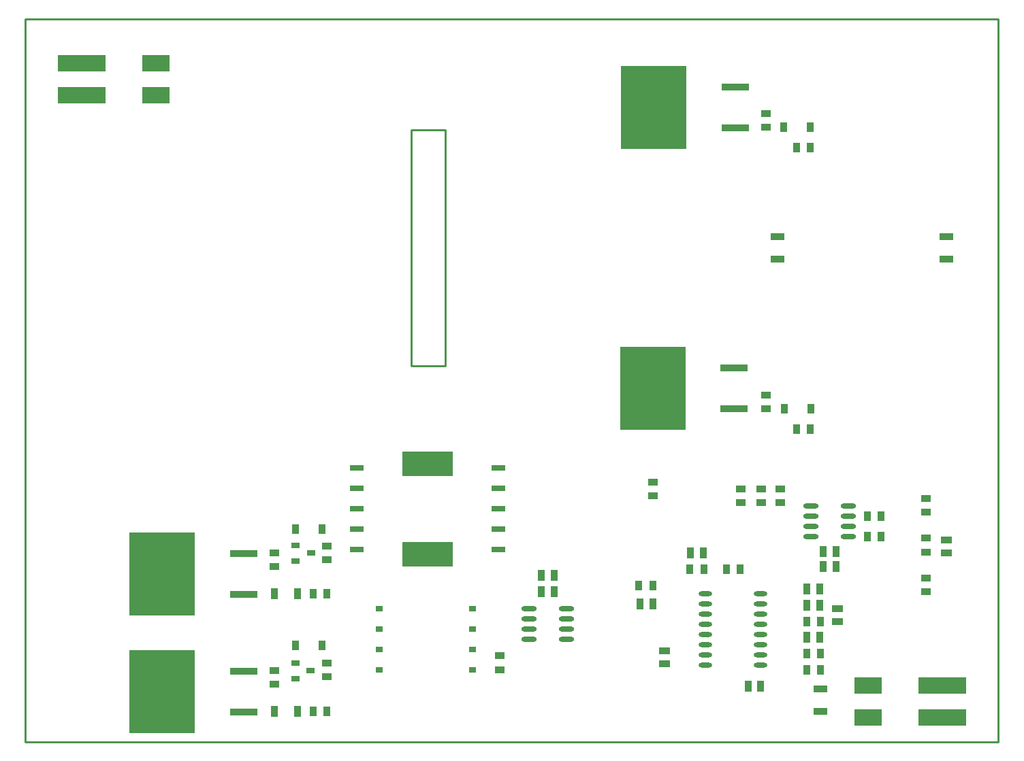
<source format=gtp>
G04*
G04 #@! TF.GenerationSoftware,Altium Limited,Altium Designer,18.1.7 (191)*
G04*
G04 Layer_Color=8421504*
%FSLAX44Y44*%
%MOMM*%
G71*
G01*
G75*
%ADD14C,0.2540*%
%ADD19R,0.8500X1.3000*%
%ADD20R,1.3000X0.8500*%
%ADD21R,1.7000X0.9500*%
%ADD22O,1.6500X0.6000*%
%ADD23R,0.9500X1.3500*%
%ADD24R,0.9000X1.4000*%
%ADD25R,3.5000X0.9500*%
%ADD26R,8.2000X10.4500*%
%ADD27R,0.9100X1.2200*%
%ADD28R,1.1100X0.8000*%
%ADD29R,6.0000X2.0000*%
%ADD30R,3.5000X2.0000*%
%ADD31R,1.7800X0.7500*%
%ADD32R,6.3500X3.1700*%
%ADD33R,1.3500X0.9500*%
%ADD34R,0.9600X0.6600*%
%ADD35O,1.9000X0.6000*%
D14*
X480000Y761900D02*
X521900D01*
X521900Y468100D02*
X521900Y761900D01*
X480000Y468100D02*
X521900D01*
X480000D02*
X480000Y761900D01*
X0Y0D02*
Y900000D01*
X1210000D01*
X1210000Y0D01*
X0D02*
X1210000D01*
D19*
X888500Y215000D02*
D03*
X871500D02*
D03*
X763000Y195000D02*
D03*
X780000D02*
D03*
X988500Y90000D02*
D03*
X971500D02*
D03*
X826500Y215000D02*
D03*
X843500D02*
D03*
X988500Y150000D02*
D03*
X971500D02*
D03*
X375000Y38002D02*
D03*
X358000D02*
D03*
X959000Y740000D02*
D03*
X976000D02*
D03*
X959000Y389600D02*
D03*
X976000D02*
D03*
X375000Y184450D02*
D03*
X358000D02*
D03*
X988500Y110000D02*
D03*
X971500D02*
D03*
X1064000Y281000D02*
D03*
X1047000D02*
D03*
X1064000Y255950D02*
D03*
X1047000D02*
D03*
D20*
X1120000Y187000D02*
D03*
Y204000D02*
D03*
Y236500D02*
D03*
Y253500D02*
D03*
Y286000D02*
D03*
Y303000D02*
D03*
X939000Y315000D02*
D03*
Y298000D02*
D03*
X915000D02*
D03*
Y315000D02*
D03*
X780000Y306500D02*
D03*
Y323500D02*
D03*
X921000Y782000D02*
D03*
Y765000D02*
D03*
Y431600D02*
D03*
Y414600D02*
D03*
X375000Y244000D02*
D03*
Y227000D02*
D03*
Y98500D02*
D03*
Y81500D02*
D03*
X310000Y235000D02*
D03*
Y218000D02*
D03*
Y88500D02*
D03*
Y71500D02*
D03*
X890000Y315000D02*
D03*
Y298000D02*
D03*
X590000Y107000D02*
D03*
Y90000D02*
D03*
D21*
X935000Y601000D02*
D03*
Y629000D02*
D03*
X988500Y38000D02*
D03*
Y66000D02*
D03*
X1145000Y601000D02*
D03*
Y629000D02*
D03*
D22*
X845500Y184450D02*
D03*
Y171750D02*
D03*
Y159050D02*
D03*
Y146350D02*
D03*
Y133650D02*
D03*
Y120950D02*
D03*
Y108250D02*
D03*
Y95550D02*
D03*
X914500Y184450D02*
D03*
Y171750D02*
D03*
Y159050D02*
D03*
Y146350D02*
D03*
Y133650D02*
D03*
Y120950D02*
D03*
Y108250D02*
D03*
Y95550D02*
D03*
D23*
X898500Y69000D02*
D03*
X914500D02*
D03*
X972000Y190000D02*
D03*
X988000D02*
D03*
X780000Y172000D02*
D03*
X764000D02*
D03*
X641500Y186950D02*
D03*
X657500D02*
D03*
X641500Y206950D02*
D03*
X657500D02*
D03*
X972000Y170000D02*
D03*
X988000D02*
D03*
X827000Y235000D02*
D03*
X843000D02*
D03*
X972000Y130000D02*
D03*
X988000D02*
D03*
X1008000Y237000D02*
D03*
X992000D02*
D03*
X1008000Y218000D02*
D03*
X992000D02*
D03*
D24*
X310000Y38000D02*
D03*
X338000D02*
D03*
X310000Y184450D02*
D03*
X338000D02*
D03*
D25*
X271500Y37300D02*
D03*
Y88100D02*
D03*
X882500Y764600D02*
D03*
Y815400D02*
D03*
X881500Y414600D02*
D03*
Y465400D02*
D03*
X271500Y183600D02*
D03*
Y234400D02*
D03*
D26*
X170000Y62700D02*
D03*
X781000Y790000D02*
D03*
X780000Y440000D02*
D03*
X170000Y209000D02*
D03*
D27*
X368700Y120000D02*
D03*
X336000D02*
D03*
X943300Y765000D02*
D03*
X976000D02*
D03*
X943800Y414600D02*
D03*
X976500D02*
D03*
X368800Y265000D02*
D03*
X336100D02*
D03*
D28*
X335550Y79000D02*
D03*
Y98000D02*
D03*
X354450Y88500D02*
D03*
X336100Y225500D02*
D03*
Y244500D02*
D03*
X355000Y235000D02*
D03*
D29*
X70000Y805000D02*
D03*
Y845000D02*
D03*
X1140000Y70000D02*
D03*
Y30000D02*
D03*
D30*
X162500Y845000D02*
D03*
Y805000D02*
D03*
X1047500Y30000D02*
D03*
Y70000D02*
D03*
D31*
X412250Y315400D02*
D03*
Y290000D02*
D03*
Y264600D02*
D03*
Y239200D02*
D03*
X587750Y315400D02*
D03*
Y290000D02*
D03*
Y264600D02*
D03*
Y239200D02*
D03*
Y340800D02*
D03*
X412250D02*
D03*
D32*
X500000Y233800D02*
D03*
Y346200D02*
D03*
D33*
X1145000Y251000D02*
D03*
Y235000D02*
D03*
X1010000Y150000D02*
D03*
Y166000D02*
D03*
X795000Y113000D02*
D03*
Y97000D02*
D03*
D34*
X556400Y90000D02*
D03*
Y115400D02*
D03*
Y140800D02*
D03*
Y166200D02*
D03*
X440000Y90000D02*
D03*
Y115400D02*
D03*
Y140800D02*
D03*
Y166200D02*
D03*
D35*
X626000Y166000D02*
D03*
Y153300D02*
D03*
Y140600D02*
D03*
Y127900D02*
D03*
X673000Y166000D02*
D03*
Y153300D02*
D03*
Y140600D02*
D03*
Y127900D02*
D03*
X1023500Y255950D02*
D03*
Y268650D02*
D03*
Y281350D02*
D03*
Y294050D02*
D03*
X976500Y255950D02*
D03*
Y268650D02*
D03*
Y281350D02*
D03*
Y294050D02*
D03*
M02*

</source>
